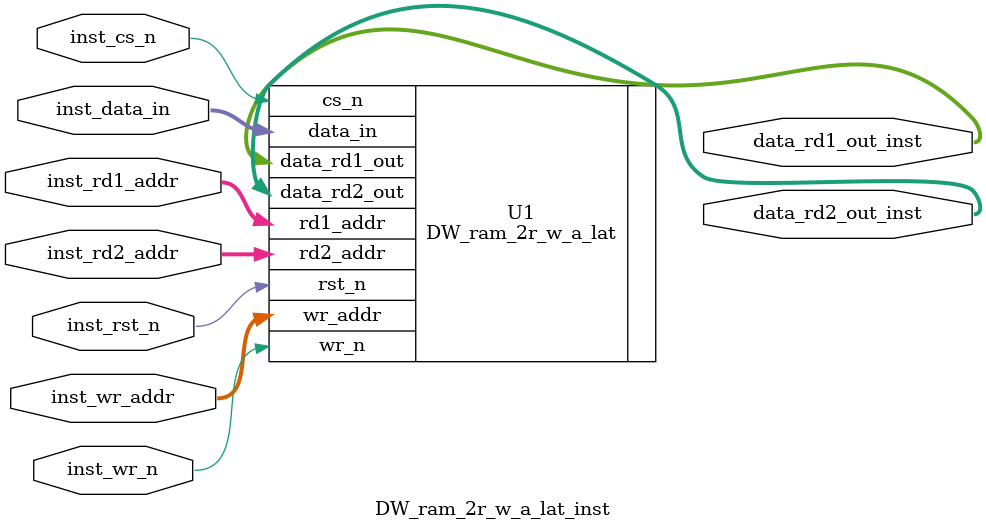
<source format=v>
module DW_ram_2r_w_a_lat_inst( inst_rst_n, inst_cs_n, inst_wr_n,
               inst_rd1_addr, inst_rd2_addr, inst_wr_addr, inst_data_in,
               data_rd1_out_inst, data_rd2_out_inst );
  parameter data_width = 8;
  parameter depth = 8;
  parameter rst_mode = 1;
  `define bit_width_depth 3 // ceil(log2(depth)) 

  input inst_rst_n;
  input inst_cs_n;
  input inst_wr_n;
  input [`bit_width_depth-1 : 0] inst_rd1_addr;
  input [`bit_width_depth-1 : 0] inst_rd2_addr;
  input [`bit_width_depth-1 : 0] inst_wr_addr;
  input [data_width-1 : 0] inst_data_in;
  output [data_width-1 : 0] data_rd1_out_inst;
  output [data_width-1 : 0] data_rd2_out_inst;

  // Instance of DW_ram_2r_w_a_lat
  DW_ram_2r_w_a_lat #(data_width,   depth,   rst_mode)
    U1 (.rst_n(inst_rst_n),   .cs_n(inst_cs_n),   .wr_n(inst_wr_n),
        .rd1_addr(inst_rd1_addr),   .rd2_addr(inst_rd2_addr),
        .wr_addr(inst_wr_addr),   .data_in(inst_data_in),
        .data_rd1_out(data_rd1_out_inst), 
        .data_rd2_out(data_rd2_out_inst) );
endmodule


</source>
